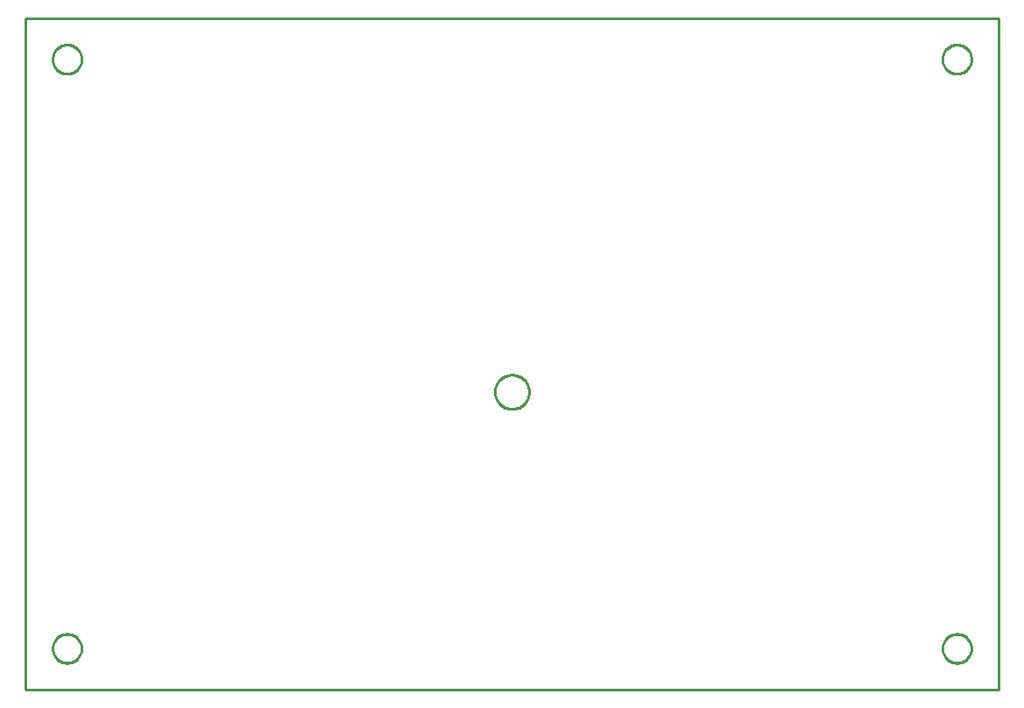
<source format=gbr>
G04 EAGLE Gerber RS-274X export*
G75*
%MOMM*%
%FSLAX34Y34*%
%LPD*%
%IN*%
%IPPOS*%
%AMOC8*
5,1,8,0,0,1.08239X$1,22.5*%
G01*
%ADD10C,0.254000*%


D10*
X0Y0D02*
X940000Y0D01*
X940000Y650000D01*
X0Y650000D01*
X0Y0D01*
X54000Y39500D02*
X53929Y38503D01*
X53786Y37513D01*
X53574Y36536D01*
X53292Y35576D01*
X52943Y34639D01*
X52527Y33729D01*
X52048Y32852D01*
X51507Y32010D01*
X50908Y31210D01*
X50253Y30454D01*
X49546Y29747D01*
X48790Y29092D01*
X47990Y28493D01*
X47148Y27952D01*
X46271Y27473D01*
X45361Y27057D01*
X44424Y26708D01*
X43465Y26426D01*
X42487Y26214D01*
X41498Y26071D01*
X40500Y26000D01*
X39500Y26000D01*
X38503Y26071D01*
X37513Y26214D01*
X36536Y26426D01*
X35576Y26708D01*
X34639Y27057D01*
X33729Y27473D01*
X32852Y27952D01*
X32010Y28493D01*
X31210Y29092D01*
X30454Y29747D01*
X29747Y30454D01*
X29092Y31210D01*
X28493Y32010D01*
X27952Y32852D01*
X27473Y33729D01*
X27057Y34639D01*
X26708Y35576D01*
X26426Y36536D01*
X26214Y37513D01*
X26071Y38503D01*
X26000Y39500D01*
X26000Y40500D01*
X26071Y41498D01*
X26214Y42487D01*
X26426Y43465D01*
X26708Y44424D01*
X27057Y45361D01*
X27473Y46271D01*
X27952Y47148D01*
X28493Y47990D01*
X29092Y48790D01*
X29747Y49546D01*
X30454Y50253D01*
X31210Y50908D01*
X32010Y51507D01*
X32852Y52048D01*
X33729Y52527D01*
X34639Y52943D01*
X35576Y53292D01*
X36536Y53574D01*
X37513Y53786D01*
X38503Y53929D01*
X39500Y54000D01*
X40500Y54000D01*
X41498Y53929D01*
X42487Y53786D01*
X43465Y53574D01*
X44424Y53292D01*
X45361Y52943D01*
X46271Y52527D01*
X47148Y52048D01*
X47990Y51507D01*
X48790Y50908D01*
X49546Y50253D01*
X50253Y49546D01*
X50908Y48790D01*
X51507Y47990D01*
X52048Y47148D01*
X52527Y46271D01*
X52943Y45361D01*
X53292Y44424D01*
X53574Y43465D01*
X53786Y42487D01*
X53929Y41498D01*
X54000Y40500D01*
X54000Y39500D01*
X914000Y39500D02*
X913929Y38503D01*
X913786Y37513D01*
X913574Y36536D01*
X913292Y35576D01*
X912943Y34639D01*
X912527Y33729D01*
X912048Y32852D01*
X911507Y32010D01*
X910908Y31210D01*
X910253Y30454D01*
X909546Y29747D01*
X908790Y29092D01*
X907990Y28493D01*
X907148Y27952D01*
X906271Y27473D01*
X905361Y27057D01*
X904424Y26708D01*
X903465Y26426D01*
X902487Y26214D01*
X901498Y26071D01*
X900500Y26000D01*
X899500Y26000D01*
X898503Y26071D01*
X897513Y26214D01*
X896536Y26426D01*
X895576Y26708D01*
X894639Y27057D01*
X893729Y27473D01*
X892852Y27952D01*
X892010Y28493D01*
X891210Y29092D01*
X890454Y29747D01*
X889747Y30454D01*
X889092Y31210D01*
X888493Y32010D01*
X887952Y32852D01*
X887473Y33729D01*
X887057Y34639D01*
X886708Y35576D01*
X886426Y36536D01*
X886214Y37513D01*
X886071Y38503D01*
X886000Y39500D01*
X886000Y40500D01*
X886071Y41498D01*
X886214Y42487D01*
X886426Y43465D01*
X886708Y44424D01*
X887057Y45361D01*
X887473Y46271D01*
X887952Y47148D01*
X888493Y47990D01*
X889092Y48790D01*
X889747Y49546D01*
X890454Y50253D01*
X891210Y50908D01*
X892010Y51507D01*
X892852Y52048D01*
X893729Y52527D01*
X894639Y52943D01*
X895576Y53292D01*
X896536Y53574D01*
X897513Y53786D01*
X898503Y53929D01*
X899500Y54000D01*
X900500Y54000D01*
X901498Y53929D01*
X902487Y53786D01*
X903465Y53574D01*
X904424Y53292D01*
X905361Y52943D01*
X906271Y52527D01*
X907148Y52048D01*
X907990Y51507D01*
X908790Y50908D01*
X909546Y50253D01*
X910253Y49546D01*
X910908Y48790D01*
X911507Y47990D01*
X912048Y47148D01*
X912527Y46271D01*
X912943Y45361D01*
X913292Y44424D01*
X913574Y43465D01*
X913786Y42487D01*
X913929Y41498D01*
X914000Y40500D01*
X914000Y39500D01*
X54000Y609500D02*
X53929Y608503D01*
X53786Y607513D01*
X53574Y606536D01*
X53292Y605576D01*
X52943Y604639D01*
X52527Y603729D01*
X52048Y602852D01*
X51507Y602010D01*
X50908Y601210D01*
X50253Y600454D01*
X49546Y599747D01*
X48790Y599092D01*
X47990Y598493D01*
X47148Y597952D01*
X46271Y597473D01*
X45361Y597057D01*
X44424Y596708D01*
X43465Y596426D01*
X42487Y596214D01*
X41498Y596071D01*
X40500Y596000D01*
X39500Y596000D01*
X38503Y596071D01*
X37513Y596214D01*
X36536Y596426D01*
X35576Y596708D01*
X34639Y597057D01*
X33729Y597473D01*
X32852Y597952D01*
X32010Y598493D01*
X31210Y599092D01*
X30454Y599747D01*
X29747Y600454D01*
X29092Y601210D01*
X28493Y602010D01*
X27952Y602852D01*
X27473Y603729D01*
X27057Y604639D01*
X26708Y605576D01*
X26426Y606536D01*
X26214Y607513D01*
X26071Y608503D01*
X26000Y609500D01*
X26000Y610500D01*
X26071Y611498D01*
X26214Y612487D01*
X26426Y613465D01*
X26708Y614424D01*
X27057Y615361D01*
X27473Y616271D01*
X27952Y617148D01*
X28493Y617990D01*
X29092Y618790D01*
X29747Y619546D01*
X30454Y620253D01*
X31210Y620908D01*
X32010Y621507D01*
X32852Y622048D01*
X33729Y622527D01*
X34639Y622943D01*
X35576Y623292D01*
X36536Y623574D01*
X37513Y623786D01*
X38503Y623929D01*
X39500Y624000D01*
X40500Y624000D01*
X41498Y623929D01*
X42487Y623786D01*
X43465Y623574D01*
X44424Y623292D01*
X45361Y622943D01*
X46271Y622527D01*
X47148Y622048D01*
X47990Y621507D01*
X48790Y620908D01*
X49546Y620253D01*
X50253Y619546D01*
X50908Y618790D01*
X51507Y617990D01*
X52048Y617148D01*
X52527Y616271D01*
X52943Y615361D01*
X53292Y614424D01*
X53574Y613465D01*
X53786Y612487D01*
X53929Y611498D01*
X54000Y610500D01*
X54000Y609500D01*
X914000Y609500D02*
X913929Y608503D01*
X913786Y607513D01*
X913574Y606536D01*
X913292Y605576D01*
X912943Y604639D01*
X912527Y603729D01*
X912048Y602852D01*
X911507Y602010D01*
X910908Y601210D01*
X910253Y600454D01*
X909546Y599747D01*
X908790Y599092D01*
X907990Y598493D01*
X907148Y597952D01*
X906271Y597473D01*
X905361Y597057D01*
X904424Y596708D01*
X903465Y596426D01*
X902487Y596214D01*
X901498Y596071D01*
X900500Y596000D01*
X899500Y596000D01*
X898503Y596071D01*
X897513Y596214D01*
X896536Y596426D01*
X895576Y596708D01*
X894639Y597057D01*
X893729Y597473D01*
X892852Y597952D01*
X892010Y598493D01*
X891210Y599092D01*
X890454Y599747D01*
X889747Y600454D01*
X889092Y601210D01*
X888493Y602010D01*
X887952Y602852D01*
X887473Y603729D01*
X887057Y604639D01*
X886708Y605576D01*
X886426Y606536D01*
X886214Y607513D01*
X886071Y608503D01*
X886000Y609500D01*
X886000Y610500D01*
X886071Y611498D01*
X886214Y612487D01*
X886426Y613465D01*
X886708Y614424D01*
X887057Y615361D01*
X887473Y616271D01*
X887952Y617148D01*
X888493Y617990D01*
X889092Y618790D01*
X889747Y619546D01*
X890454Y620253D01*
X891210Y620908D01*
X892010Y621507D01*
X892852Y622048D01*
X893729Y622527D01*
X894639Y622943D01*
X895576Y623292D01*
X896536Y623574D01*
X897513Y623786D01*
X898503Y623929D01*
X899500Y624000D01*
X900500Y624000D01*
X901498Y623929D01*
X902487Y623786D01*
X903465Y623574D01*
X904424Y623292D01*
X905361Y622943D01*
X906271Y622527D01*
X907148Y622048D01*
X907990Y621507D01*
X908790Y620908D01*
X909546Y620253D01*
X910253Y619546D01*
X910908Y618790D01*
X911507Y617990D01*
X912048Y617148D01*
X912527Y616271D01*
X912943Y615361D01*
X913292Y614424D01*
X913574Y613465D01*
X913786Y612487D01*
X913929Y611498D01*
X914000Y610500D01*
X914000Y609500D01*
X486510Y287720D02*
X486439Y286641D01*
X486298Y285569D01*
X486087Y284509D01*
X485808Y283465D01*
X485460Y282441D01*
X485046Y281443D01*
X484568Y280473D01*
X484028Y279537D01*
X483427Y278638D01*
X482769Y277781D01*
X482057Y276968D01*
X481292Y276204D01*
X480479Y275491D01*
X479622Y274833D01*
X478723Y274232D01*
X477787Y273692D01*
X476817Y273214D01*
X475819Y272800D01*
X474795Y272452D01*
X473751Y272173D01*
X472691Y271962D01*
X471619Y271821D01*
X470540Y271750D01*
X469460Y271750D01*
X468381Y271821D01*
X467309Y271962D01*
X466249Y272173D01*
X465205Y272452D01*
X464181Y272800D01*
X463183Y273214D01*
X462213Y273692D01*
X461277Y274232D01*
X460378Y274833D01*
X459521Y275491D01*
X458708Y276204D01*
X457944Y276968D01*
X457231Y277781D01*
X456573Y278638D01*
X455972Y279537D01*
X455432Y280473D01*
X454954Y281443D01*
X454540Y282441D01*
X454192Y283465D01*
X453913Y284509D01*
X453702Y285569D01*
X453561Y286641D01*
X453490Y287720D01*
X453490Y288800D01*
X453561Y289879D01*
X453702Y290951D01*
X453913Y292011D01*
X454192Y293055D01*
X454540Y294079D01*
X454954Y295077D01*
X455432Y296047D01*
X455972Y296983D01*
X456573Y297882D01*
X457231Y298739D01*
X457944Y299552D01*
X458708Y300317D01*
X459521Y301029D01*
X460378Y301687D01*
X461277Y302288D01*
X462213Y302828D01*
X463183Y303306D01*
X464181Y303720D01*
X465205Y304068D01*
X466249Y304347D01*
X467309Y304558D01*
X468381Y304699D01*
X469460Y304770D01*
X470540Y304770D01*
X471619Y304699D01*
X472691Y304558D01*
X473751Y304347D01*
X474795Y304068D01*
X475819Y303720D01*
X476817Y303306D01*
X477787Y302828D01*
X478723Y302288D01*
X479622Y301687D01*
X480479Y301029D01*
X481292Y300317D01*
X482057Y299552D01*
X482769Y298739D01*
X483427Y297882D01*
X484028Y296983D01*
X484568Y296047D01*
X485046Y295077D01*
X485460Y294079D01*
X485808Y293055D01*
X486087Y292011D01*
X486298Y290951D01*
X486439Y289879D01*
X486510Y288800D01*
X486510Y287720D01*
M02*

</source>
